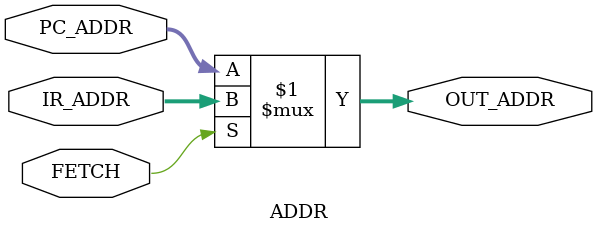
<source format=v>
module ADDR(FETCH,IR_ADDR,PC_ADDR,OUT_ADDR);
//地址选择器，选择ROM地址或者RAM地址
input FETCH;
input[12:0] IR_ADDR;
input[12:0] PC_ADDR;
output[12:0] OUT_ADDR;

assign OUT_ADDR=FETCH?IR_ADDR:PC_ADDR;
endmodule

</source>
